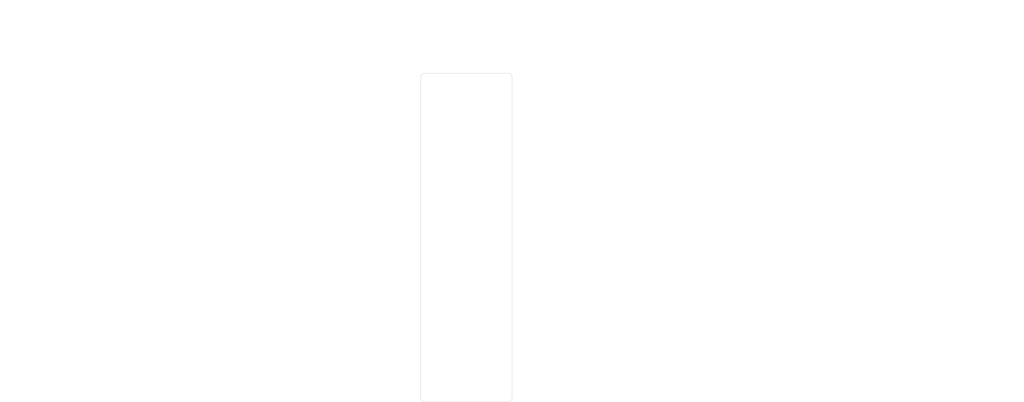
<source format=kicad_pcb>
(kicad_pcb (version 20221018) (generator pcbnew)
  (layers (0 "F.Cu" signal) (31 "B.Cu" signal) (34 "B.Paste" user) (35 "F.Paste" user) (36 "B.SilkS" user "B.Silkscreen") (37 "F.SilkS" user "F.Silkscreen") (38 "B.Mask" user) (39 "F.Mask" user) (44 "Edge.Cuts" user))
  (net 0 "")
  (footprint "kbd:M2_HOLE_v2" (layer "F.Cu") (at 147.6375 107.15625)
    (fp_text reference "Ref**" hide)
    (fp_text value "Val**" hide)
    (pad "" np_thru_hole circle (at 0 0) (size 4.3 4.3) (drill 4.3) (layers "*.Cu" "*.Mask"))
  )
  (footprint "kbd:M2_HOLE_v2" (layer "F.Cu") (at 147.6375 59.53125)
    (fp_text reference "Ref**" hide)
    (fp_text value "Val**" hide)
    (pad "" np_thru_hole circle (at 0 0) (size 4.3 4.3) (drill 4.3) (layers "*.Cu" "*.Mask"))
  )
  (gr_arc (start 152.4 125.20625) (mid 152.107124 125.913389) (end 151.4 126.20625) (stroke (width 0.1)) (layer "Edge.Cuts"))
  (gr_line (start 128.5875 41.48125) (end 128.5875 125.20625) (stroke (width 0.1)) (layer "Edge.Cuts"))
  (gr_arc (start 151.4 40.48125) (mid 152.107089 40.774146) (end 152.4 41.48125) (stroke (width 0.1)) (layer "Edge.Cuts"))
  (gr_arc (start 129.5875 126.20625) (mid 128.880393 125.913357) (end 128.5875 125.20625) (stroke (width 0.1)) (layer "Edge.Cuts"))
  (gr_line (start 129.5875 40.48125) (end 151.4 40.48125) (stroke (width 0.1)) (layer "Edge.Cuts"))
  (gr_line (start 129.5875 126.20625) (end 151.4 126.20625) (stroke (width 0.1)) (layer "Edge.Cuts"))
  (gr_arc (start 128.5875 41.48125) (mid 128.880393 40.774143) (end 129.5875 40.48125) (stroke (width 0.1)) (layer "Edge.Cuts"))
  (gr_line (start 152.4 125.20625) (end 152.4 41.48125) (stroke (width 0.1)) (layer "Edge.Cuts"))
)
</source>
